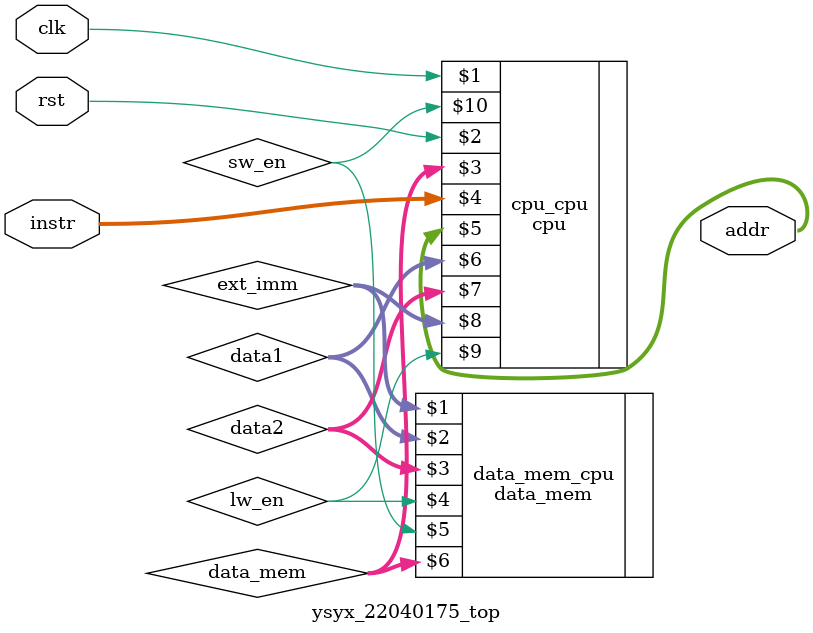
<source format=v>
module  ysyx_22040175_top(
	input clk,
	input rst,
	input [63:0]instr,
	output [31:0]addr
);

	//wire [31:0]addr;
	//wire [31:0]instr;
	wire [31:0]ext_imm;
	wire [31:0]data1;
	wire [31:0]data2;
	wire lw_en;
	wire sw_en;
	wire [31:0]data_mem;

	//instr_mem instr_mem_cpu(addr,instr);
	cpu cpu_cpu(clk,rst,data_mem,instr,addr,data1,data2,ext_imm,lw_en,sw_en);
	data_mem data_mem_cpu(ext_imm,data1,data2,lw_en,sw_en,data_mem);
endmodule 
</source>
